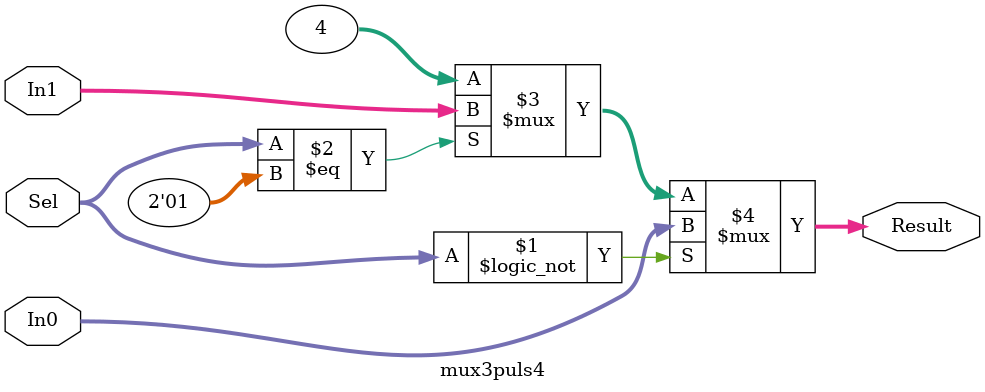
<source format=v>
module mux3puls4 (input  [31:0] In0, In1,input  [1:0] Sel,output [31:0] Result);
     assign Result = (Sel==2'b00)?In0:(Sel==2'b01)?In1:32'd4;
endmodule
</source>
